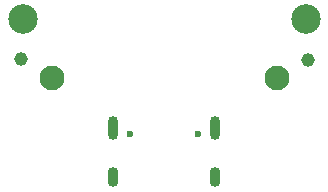
<source format=gbs>
%TF.GenerationSoftware,KiCad,Pcbnew,7.0.8*%
%TF.CreationDate,2023-10-15T21:47:16+02:00*%
%TF.ProjectId,usb-board,7573622d-626f-4617-9264-2e6b69636164,rev?*%
%TF.SameCoordinates,Original*%
%TF.FileFunction,Soldermask,Bot*%
%TF.FilePolarity,Negative*%
%FSLAX46Y46*%
G04 Gerber Fmt 4.6, Leading zero omitted, Abs format (unit mm)*
G04 Created by KiCad (PCBNEW 7.0.8) date 2023-10-15 21:47:16*
%MOMM*%
%LPD*%
G01*
G04 APERTURE LIST*
%ADD10C,2.500000*%
%ADD11C,2.100000*%
%ADD12C,1.152000*%
%ADD13C,0.600000*%
%ADD14O,0.900000X2.000000*%
%ADD15O,0.900000X1.700000*%
G04 APERTURE END LIST*
D10*
%TO.C,H3*%
X88000000Y-95000000D03*
%TD*%
%TO.C,H4*%
X112000000Y-95000000D03*
%TD*%
D11*
%TO.C,H2*%
X90500000Y-100000000D03*
%TD*%
%TO.C,H1*%
X109500000Y-100000000D03*
%TD*%
D12*
%TO.C,H5*%
X112150000Y-98450000D03*
%TD*%
D13*
%TO.C,J2*%
X97110000Y-104710000D03*
X102890000Y-104710000D03*
D14*
X95680000Y-104230000D03*
D15*
X95680000Y-108400000D03*
D14*
X104320000Y-104230000D03*
D15*
X104320000Y-108400000D03*
%TD*%
D12*
%TO.C,H6*%
X87900000Y-98400000D03*
%TD*%
M02*

</source>
